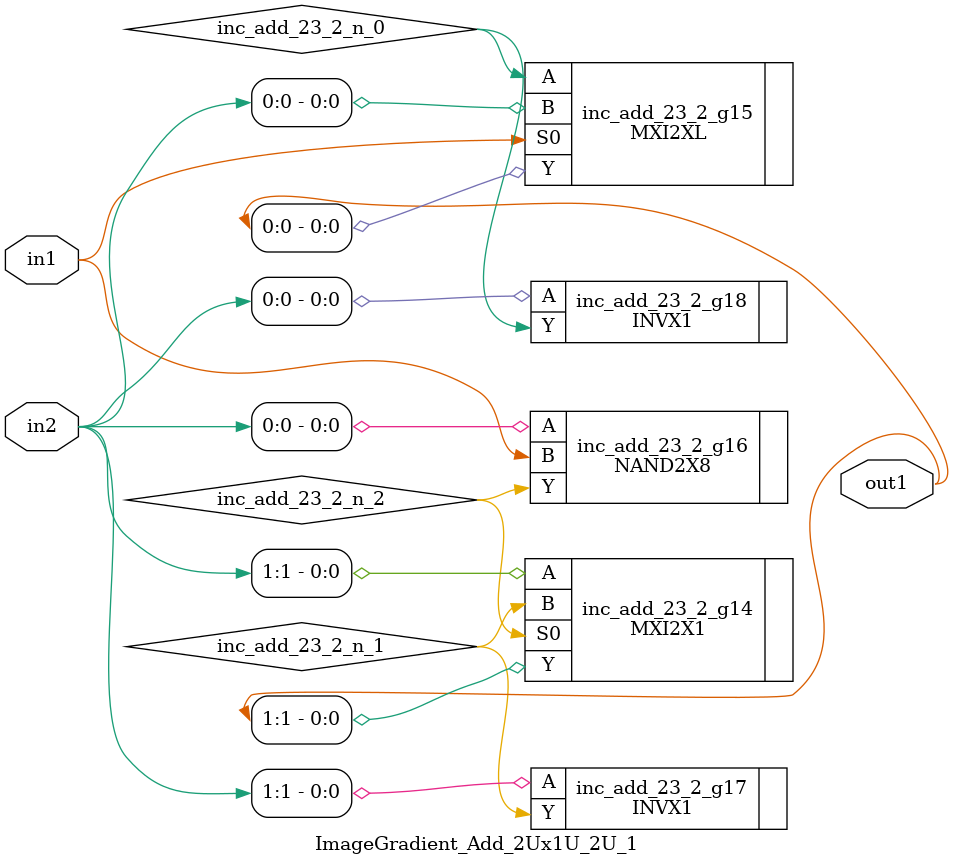
<source format=v>
`timescale 1ps / 1ps


module ImageGradient_Add_2Ux1U_2U_1(in2, in1, out1);
  input [1:0] in2;
  input in1;
  output [1:0] out1;
  wire [1:0] in2;
  wire in1;
  wire [1:0] out1;
  wire inc_add_23_2_n_0, inc_add_23_2_n_1, inc_add_23_2_n_2;
  MXI2X1 inc_add_23_2_g14(.A (in2[1]), .B (inc_add_23_2_n_1), .S0
       (inc_add_23_2_n_2), .Y (out1[1]));
  MXI2XL inc_add_23_2_g15(.A (inc_add_23_2_n_0), .B (in2[0]), .S0
       (in1), .Y (out1[0]));
  NAND2X8 inc_add_23_2_g16(.A (in2[0]), .B (in1), .Y
       (inc_add_23_2_n_2));
  INVX1 inc_add_23_2_g17(.A (in2[1]), .Y (inc_add_23_2_n_1));
  INVX1 inc_add_23_2_g18(.A (in2[0]), .Y (inc_add_23_2_n_0));
endmodule



</source>
